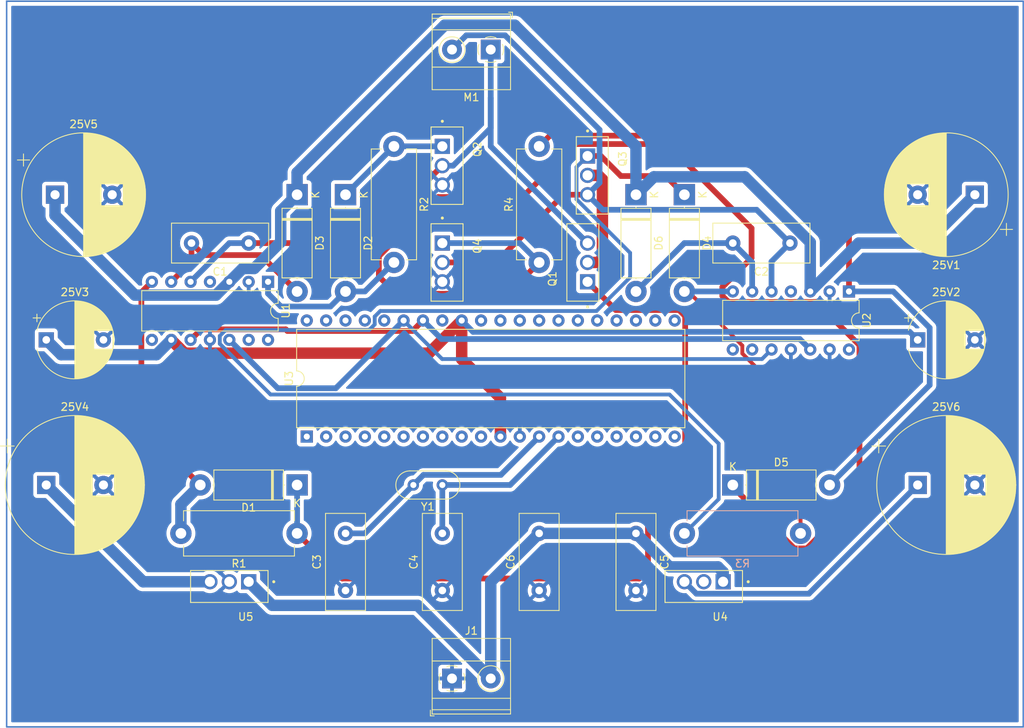
<source format=kicad_pcb>
(kicad_pcb (version 20221018) (generator pcbnew)
  (title_block (title "High Power Motor Control with IR2110") (date "12.04.2024") (rev "1.0") (company "by Mukhtar_Safarov"))
  (layers (0 "F.Cu" signal) (31 "B.Cu" signal) (34 "B.Paste" user) (35 "F.Paste" user) (36 "B.SilkS" user "B.Silkscreen") (37 "F.SilkS" user "F.Silkscreen") (38 "B.Mask" user) (39 "F.Mask" user) (44 "Edge.Cuts" user))
  (net 0 "")
  (net 1 "+12V")
  (net 2 "Earth")
  (net 3 "+5V")
  (net 4 "Net-(U5-OUT)")
  (net 5 "Net-(U4-OUT)")
  (net 6 "Net-(M1-+)")
  (net 7 "Net-(D3-C)")
  (net 8 "Net-(M1--)")
  (net 9 "Net-(D6-C)")
  (net 10 "Net-(U3-OSC1{slash}CLKI)")
  (net 11 "Net-(U3-OSC2{slash}CLKO)")
  (net 12 "Net-(J1-Pin_2)")
  (net 13 "Net-(D1-A)")
  (net 14 "Net-(D1-C)")
  (net 15 "Net-(D2-A)")
  (net 16 "Net-(D2-C)")
  (net 17 "Net-(D4-A)")
  (net 18 "Net-(D4-C)")
  (net 19 "Net-(D5-A)")
  (net 20 "Net-(D5-C)")
  (net 21 "VCC")
  (net 24 "Net-(U1-HIN)")
  (net 25 "Net-(U1-LIN)")
  (footprint "IRFZ44N:TO254P1016X419X2286-3" (layer "F.Cu") (at 76.2 116.84 -90)
    (fp_text reference "Q2" (at -2.155 -4.6025 90) (layer "F.SilkS"))
    (fp_text value "IRFZ44N")
    (pad "1" thru_hole rect (at -2.54 0 270) (size 1.995 1.995) (drill 1.33) (layers "*.Cu" "*.Mask") (net 15 "Net-(D2-A)"))
    (pad "2" thru_hole circle (at 0 0 270) (size 1.995 1.995) (drill 1.33) (layers "*.Cu" "*.Mask") (net 6 "Net-(M1-+)"))
    (pad "3" thru_hole circle (at 2.54 0 270) (size 1.995 1.995) (drill 1.33) (layers "*.Cu" "*.Mask") (net 2 "Earth"))
  )
  (footprint "Diode_THT:D_5W_P12.70mm_Horizontal" (layer "F.Cu") (at 57.15 120.65 -90)
    (fp_text reference "D3" (at 6.35 -2.97 90) (layer "F.SilkS"))
    (fp_text value "1N4007")
    (fp_text user "K" (at 0 -2.4 90) (layer "F.SilkS"))
    (pad "1" thru_hole rect (at 0 0 270) (size 2.8 2.8) (drill 1.4) (layers "*.Cu" "*.Mask") (net 1 "+12V"))
    (pad "2" thru_hole oval (at 12.7 0 270) (size 2.8 2.8) (drill 1.4) (layers "*.Cu" "*.Mask") (net 7 "Net-(D3-C)"))
  )
  (footprint "TerminalBlock_Phoenix:TerminalBlock_Phoenix_MKDS-1,5-2-5.08_1x02_P5.08mm_Horizontal" (layer "F.Cu") (at 82.55 101.6 180)
    (fp_text reference "M1" (at 2.54 -6.26) (layer "F.SilkS"))
    (fp_text value "Motor_DC")
    (pad "1" thru_hole rect (at 0 0 180) (size 2.6 2.6) (drill 1.3) (layers "*.Cu" "*.Mask") (net 6 "Net-(M1-+)"))
    (pad "2" thru_hole circle (at 5.08 0 180) (size 2.6 2.6) (drill 1.3) (layers "*.Cu" "*.Mask") (net 8 "Net-(M1--)"))
  )
  (footprint "Diode_THT:D_5W_P12.70mm_Horizontal" (layer "F.Cu") (at 107.95 120.65 -90)
    (fp_text reference "D4" (at 6.35 -2.97 90) (layer "F.SilkS"))
    (fp_text value "1N4007")
    (fp_text user "K" (at 0 -2.4 90) (layer "F.SilkS"))
    (pad "1" thru_hole rect (at 0 0 270) (size 2.8 2.8) (drill 1.4) (layers "*.Cu" "*.Mask") (net 17 "Net-(D4-A)"))
    (pad "2" thru_hole oval (at 12.7 0 270) (size 2.8 2.8) (drill 1.4) (layers "*.Cu" "*.Mask") (net 18 "Net-(D4-C)"))
  )
  (footprint "Capacitor_THT:C_Disc_D12.5mm_W5.0mm_P7.50mm" (layer "F.Cu") (at 101.6 165.1 -90)
    (fp_text reference "C5" (at 3.75 -3.75 90) (layer "F.SilkS"))
    (fp_text value "220nF")
    (pad "1" thru_hole circle (at 0 0 270) (size 2 2) (drill 1) (layers "*.Cu" "*.Mask") (net 12 "Net-(J1-Pin_2)"))
    (pad "2" thru_hole circle (at 7.5 0 270) (size 2 2) (drill 1) (layers "*.Cu" "*.Mask") (net 2 "Earth"))
  )
  (footprint "Resistor_THT:R_Axial_DIN0614_L14.3mm_D5.7mm_P15.24mm_Horizontal" (layer "F.Cu") (at 57.15 165.1 180)
    (fp_text reference "R1" (at 7.62 -3.97) (layer "F.SilkS"))
    (fp_text value "100R")
    (pad "1" thru_hole circle (at 0 0 180) (size 2.8 2.8) (drill 1.4) (layers "*.Cu" "*.Mask") (net 13 "Net-(D1-A)"))
    (pad "2" thru_hole oval (at 15.24 0 180) (size 2.8 2.8) (drill 1.4) (layers "*.Cu" "*.Mask") (net 14 "Net-(D1-C)"))
  )
  (footprint "IRFZ44N:TO254P1016X419X2286-3" (layer "F.Cu") (at 48.26 171.45 180)
    (fp_text reference "U5" (at -2.155 -4.6025) (layer "F.SilkS"))
    (fp_text value "L7812")
    (pad "1" thru_hole rect (at -2.54 0 180) (size 1.995 1.995) (drill 1.33) (layers "*.Cu" "*.Mask") (net 12 "Net-(J1-Pin_2)"))
    (pad "2" thru_hole circle (at 0 0 180) (size 1.995 1.995) (drill 1.33) (layers "*.Cu" "*.Mask") (net 2 "Earth"))
    (pad "3" thru_hole circle (at 2.54 0 180) (size 1.995 1.995) (drill 1.33) (layers "*.Cu" "*.Mask") (net 4 "Net-(U5-OUT)"))
  )
  (footprint "Diode_THT:D_5W_P12.70mm_Horizontal" (layer "F.Cu") (at 114.3 158.75)
    (fp_text reference "D5" (at 6.35 -2.97) (layer "F.SilkS"))
    (fp_text value "1N4007")
    (fp_text user "K" (at 0 -2.4) (layer "F.SilkS"))
    (pad "1" thru_hole rect (at 0 0) (size 2.8 2.8) (drill 1.4) (layers "*.Cu" "*.Mask") (net 19 "Net-(D5-A)"))
    (pad "2" thru_hole oval (at 12.7 0) (size 2.8 2.8) (drill 1.4) (layers "*.Cu" "*.Mask") (net 20 "Net-(D5-C)"))
  )
  (footprint "Capacitor_THT:CP_Radial_D16.0mm_P7.50mm" (layer "F.Cu") (at 146.05 120.65 180)
    (fp_text reference "25V1" (at 3.75 -9.25) (layer "F.SilkS"))
    (fp_text value "22uF")
    (pad "1" thru_hole rect (at 0 0 180) (size 2.4 2.4) (drill 1.2) (layers "*.Cu" "*.Mask") (net 1 "+12V"))
    (pad "2" thru_hole circle (at 7.5 0 180) (size 2.4 2.4) (drill 1.2) (layers "*.Cu" "*.Mask") (net 2 "Earth"))
  )
  (footprint "IRFZ44N:TO254P1016X419X2286-3" (layer "F.Cu") (at 110.49 171.45 180)
    (fp_text reference "U4" (at -2.155 -4.6025) (layer "F.SilkS"))
    (fp_text value "L7805")
    (pad "1" thru_hole rect (at -2.54 0 180) (size 1.995 1.995) (drill 1.33) (layers "*.Cu" "*.Mask") (net 12 "Net-(J1-Pin_2)"))
    (pad "2" thru_hole circle (at 0 0 180) (size 1.995 1.995) (drill 1.33) (layers "*.Cu" "*.Mask") (net 2 "Earth"))
    (pad "3" thru_hole circle (at 2.54 0 180) (size 1.995 1.995) (drill 1.33) (layers "*.Cu" "*.Mask") (net 5 "Net-(U4-OUT)"))
  )
  (footprint "Capacitor_THT:CP_Radial_D10.0mm_P7.50mm" (layer "F.Cu") (at 138.55 139.7)
    (fp_text reference "25V2" (at 3.75 -6.25) (layer "F.SilkS"))
    (fp_text value "0,1 uF ")
    (pad "1" thru_hole rect (at 0 0) (size 2 2) (drill 1) (layers "*.Cu" "*.Mask") (net 3 "+5V"))
    (pad "2" thru_hole circle (at 7.5 0) (size 2 2) (drill 1) (layers "*.Cu" "*.Mask") (net 2 "Earth"))
  )
  (footprint "Package_DIP:DIP-14_W7.62mm" (layer "F.Cu") (at 53.34 132.08 -90)
    (fp_text reference "U1" (at 3.81 -2.33 90) (layer "F.SilkS"))
    (fp_text value "IR2110")
    (pad "1" thru_hole rect (at 0 0 270) (size 1.6 1.6) (drill 0.8) (layers "*.Cu" "*.Mask") (net 16 "Net-(D2-C)"))
    (pad "2" thru_hole oval (at 0 2.54 270) (size 1.6 1.6) (drill 0.8) (layers "*.Cu" "*.Mask") (net 2 "Earth"))
    (pad "3" thru_hole oval (at 0 5.08 270) (size 1.6 1.6) (drill 0.8) (layers "*.Cu" "*.Mask") (net 1 "+12V"))
    (pad "4" thru_hole oval (at 0 7.62 270) (size 1.6 1.6) (drill 0.8) (layers "*.Cu" "*.Mask"))
    (pad "5" thru_hole oval (at 0 10.16 270) (size 1.6 1.6) (drill 0.8) (layers "*.Cu" "*.Mask") (net 6 "Net-(M1-+)"))
    (pad "6" thru_hole oval (at 0 12.7 270) (size 1.6 1.6) (drill 0.8) (layers "*.Cu" "*.Mask") (net 7 "Net-(D3-C)"))
    (pad "7" thru_hole oval (at 0 15.24 270) (size 1.6 1.6) (drill 0.8) (layers "*.Cu" "*.Mask") (net 14 "Net-(D1-C)"))
    (pad "8" thru_hole oval (at 7.62 15.24 270) (size 1.6 1.6) (drill 0.8) (layers "*.Cu" "*.Mask"))
    (pad "9" thru_hole oval (at 7.62 12.7 270) (size 1.6 1.6) (drill 0.8) (layers "*.Cu" "*.Mask") (net 3 "+5V"))
    (pad "10" thru_hole oval (at 7.62 10.16 270) (size 1.6 1.6) (drill 0.8) (layers "*.Cu" "*.Mask") (net 24 "Net-(U1-HIN)"))
    (pad "11" thru_hole oval (at 7.62 7.62 270) (size 1.6 1.6) (drill 0.8) (layers "*.Cu" "*.Mask") (net 2 "Earth"))
    (pad "12" thru_hole oval (at 7.62 5.08 270) (size 1.6 1.6) (drill 0.8) (layers "*.Cu" "*.Mask") (net 25 "Net-(U1-LIN)"))
    (pad "13" thru_hole oval (at 7.62 2.54 270) (size 1.6 1.6) (drill 0.8) (layers "*.Cu" "*.Mask") (net 2 "Earth"))
    (pad "14" thru_hole oval (at 7.62 0 270) (size 1.6 1.6) (drill 0.8) (layers "*.Cu" "*.Mask"))
  )
  (footprint "IRFZ44N:TO254P1016X419X2286-3" (layer "F.Cu") (at 95.25 129.54 90)
    (fp_text reference "Q1" (at -2.155 -4.6025 90) (layer "F.SilkS"))
    (fp_text value "IRFZ44N")
    (pad "1" thru_hole rect (at -2.54 0 90) (size 1.995 1.995) (drill 1.33) (layers "*.Cu" "*.Mask") (net 13 "Net-(D1-A)"))
    (pad "2" thru_hole circle (at 0 0 90) (size 1.995 1.995) (drill 1.33) (layers "*.Cu" "*.Mask") (net 21 "VCC"))
    (pad "3" thru_hole circle (at 2.54 0 90) (size 1.995 1.995) (drill 1.33) (layers "*.Cu" "*.Mask") (net 6 "Net-(M1-+)"))
  )
  (footprint "Diode_THT:D_5W_P12.70mm_Horizontal" (layer "F.Cu") (at 101.6 120.65 -90)
    (fp_text reference "D6" (at 6.35 -2.97 90) (layer "F.SilkS"))
    (fp_text value "1N4007")
    (fp_text user "K" (at 0 -2.4 90) (layer "F.SilkS"))
    (pad "1" thru_hole rect (at 0 0 270) (size 2.8 2.8) (drill 1.4) (layers "*.Cu" "*.Mask") (net 1 "+12V"))
    (pad "2" thru_hole oval (at 12.7 0 270) (size 2.8 2.8) (drill 1.4) (layers "*.Cu" "*.Mask") (net 9 "Net-(D6-C)"))
  )
  (footprint "Capacitor_THT:C_Disc_D12.5mm_W5.0mm_P7.50mm" (layer "F.Cu") (at 63.5 172.6 90)
    (fp_text reference "C3" (at 3.75 -3.75 90) (layer "F.SilkS"))
    (fp_text value "22pF")
    (pad "1" thru_hole circle (at 0 0 90) (size 2 2) (drill 1) (layers "*.Cu" "*.Mask") (net 2 "Earth"))
    (pad "2" thru_hole circle (at 7.5 0 90) (size 2 2) (drill 1) (layers "*.Cu" "*.Mask") (net 10 "Net-(U3-OSC1{slash}CLKI)"))
  )
  (footprint "IRFZ44N:TO254P1016X419X2286-3" (layer "F.Cu") (at 95.25 118.11 -90)
    (fp_text reference "Q3" (at -2.155 -4.6025 90) (layer "F.SilkS"))
    (fp_text value "IRFZ44N")
    (pad "1" thru_hole rect (at -2.54 0 270) (size 1.995 1.995) (drill 1.33) (layers "*.Cu" "*.Mask") (net 17 "Net-(D4-A)"))
    (pad "2" thru_hole circle (at 0 0 270) (size 1.995 1.995) (drill 1.33) (layers "*.Cu" "*.Mask") (net 21 "VCC"))
    (pad "3" thru_hole circle (at 2.54 0 270) (size 1.995 1.995) (drill 1.33) (layers "*.Cu" "*.Mask") (net 8 "Net-(M1--)"))
  )
  (footprint "TerminalBlock_Phoenix:TerminalBlock_Phoenix_MKDS-1,5-2-5.08_1x02_P5.08mm_Horizontal" (layer "F.Cu") (at 77.47 184.15)
    (fp_text reference "J1" (at 2.54 -6.26) (layer "F.SilkS"))
    (fp_text value "24V Supply")
    (pad "1" thru_hole rect (at 0 0) (size 2.6 2.6) (drill 1.3) (layers "*.Cu" "*.Mask") (net 2 "Earth"))
    (pad "2" thru_hole circle (at 5.08 0) (size 2.6 2.6) (drill 1.3) (layers "*.Cu" "*.Mask") (net 12 "Net-(J1-Pin_2)"))
  )
  (footprint "Capacitor_THT:C_Disc_D12.5mm_W5.0mm_P7.50mm" (layer "F.Cu") (at 121.8 127 180)
    (fp_text reference "C2" (at 3.75 -3.75) (layer "F.SilkS"))
    (fp_text value "220nF")
    (pad "1" thru_hole circle (at 0 0 180) (size 2 2) (drill 1) (layers "*.Cu" "*.Mask") (net 8 "Net-(M1--)"))
    (pad "2" thru_hole circle (at 7.5 0 180) (size 2 2) (drill 1) (layers "*.Cu" "*.Mask") (net 9 "Net-(D6-C)"))
  )
  (footprint "Diode_THT:D_5W_P12.70mm_Horizontal" (layer "F.Cu") (at 63.5 120.65 -90)
    (fp_text reference "D2" (at 6.35 -2.97 90) (layer "F.SilkS"))
    (fp_text value "1N4007")
    (fp_text user "K" (at 0 -2.4 90) (layer "F.SilkS"))
    (pad "1" thru_hole rect (at 0 0 270) (size 2.8 2.8) (drill 1.4) (layers "*.Cu" "*.Mask") (net 15 "Net-(D2-A)"))
    (pad "2" thru_hole oval (at 12.7 0 270) (size 2.8 2.8) (drill 1.4) (layers "*.Cu" "*.Mask") (net 16 "Net-(D2-C)"))
  )
  (footprint "Capacitor_THT:CP_Radial_D18.0mm_P7.50mm" (layer "F.Cu") (at 138.55 158.75)
    (fp_text reference "25V6" (at 3.75 -10.25) (layer "F.SilkS"))
    (fp_text value "100uF")
    (pad "1" thru_hole rect (at 0 0) (size 2.4 2.4) (drill 1.2) (layers "*.Cu" "*.Mask") (net 5 "Net-(U4-OUT)"))
    (pad "2" thru_hole circle (at 7.5 0) (size 2.4 2.4) (drill 1.2) (layers "*.Cu" "*.Mask") (net 2 "Earth"))
  )
  (footprint "Capacitor_THT:C_Disc_D12.5mm_W5.0mm_P7.50mm" (layer "F.Cu") (at 50.8 127 180)
    (fp_text reference "C1" (at 3.75 -3.75) (layer "F.SilkS"))
    (fp_text value "220nF")
    (pad "1" thru_hole circle (at 0 0 180) (size 2 2) (drill 1) (layers "*.Cu" "*.Mask") (net 6 "Net-(M1-+)"))
    (pad "2" thru_hole circle (at 7.5 0 180) (size 2 2) (drill 1) (layers "*.Cu" "*.Mask") (net 7 "Net-(D3-C)"))
  )
  (footprint "Capacitor_THT:C_Disc_D12.5mm_W5.0mm_P7.50mm" (layer "F.Cu") (at 76.2 172.6 90)
    (fp_text reference "C4" (at 3.75 -3.75 90) (layer "F.SilkS"))
    (fp_text value "22pF")
    (pad "1" thru_hole circle (at 0 0 90) (size 2 2) (drill 1) (layers "*.Cu" "*.Mask") (net 2 "Earth"))
    (pad "2" thru_hole circle (at 7.5 0 90) (size 2 2) (drill 1) (layers "*.Cu" "*.Mask") (net 11 "Net-(U3-OSC2{slash}CLKO)"))
  )
  (footprint "Capacitor_THT:CP_Radial_D10.0mm_P7.50mm" (layer "F.Cu") (at 24.25 139.7)
    (fp_text reference "25V3" (at 3.75 -6.25) (layer "F.SilkS"))
    (fp_text value "0,1 uF ")
    (pad "1" thru_hole rect (at 0 0) (size 2 2) (drill 1) (layers "*.Cu" "*.Mask") (net 3 "+5V"))
    (pad "2" thru_hole circle (at 7.5 0) (size 2 2) (drill 1) (layers "*.Cu" "*.Mask") (net 2 "Earth"))
  )
  (footprint "IRFZ44N:TO254P1016X419X2286-3" (layer "F.Cu") (at 76.2 129.54 -90)
    (fp_text reference "Q4" (at -2.155 -4.6025 90) (layer "F.SilkS"))
    (fp_text value "IRFZ44N")
    (pad "1" thru_hole rect (at -2.54 0 270) (size 1.995 1.995) (drill 1.33) (layers "*.Cu" "*.Mask") (net 19 "Net-(D5-A)"))
    (pad "2" thru_hole circle (at 0 0 270) (size 1.995 1.995) (drill 1.33) (layers "*.Cu" "*.Mask") (net 8 "Net-(M1--)"))
    (pad "3" thru_hole circle (at 2.54 0 270) (size 1.995 1.995) (drill 1.33) (layers "*.Cu" "*.Mask") (net 2 "Earth"))
  )
  (footprint "Capacitor_THT:CP_Radial_D18.0mm_P7.50mm" (layer "F.Cu") (at 24.25 158.75)
    (fp_text reference "25V4" (at 3.75 -10.25) (layer "F.SilkS"))
    (fp_text value "100uF")
    (pad "1" thru_hole rect (at 0 0) (size 2.4 2.4) (drill 1.2) (layers "*.Cu" "*.Mask") (net 4 "Net-(U5-OUT)"))
    (pad "2" thru_hole circle (at 7.5 0) (size 2.4 2.4) (drill 1.2) (layers "*.Cu" "*.Mask") (net 2 "Earth"))
  )
  (footprint "Diode_THT:D_5W_P12.70mm_Horizontal" (layer "F.Cu") (at 57.15 158.75 180)
    (fp_text reference "D1" (at 6.35 -2.97) (layer "F.SilkS"))
    (fp_text value "1N4007")
    (fp_text user "K" (at 0 -2.4) (layer "F.SilkS"))
    (pad "1" thru_hole rect (at 0 0 180) (size 2.8 2.8) (drill 1.4) (layers "*.Cu" "*.Mask") (net 13 "Net-(D1-A)"))
    (pad "2" thru_hole oval (at 12.7 0 180) (size 2.8 2.8) (drill 1.4) (layers "*.Cu" "*.Mask") (net 14 "Net-(D1-C)"))
  )
  (footprint "Package_DIP:DIP-14_W7.62mm" (layer "F.Cu") (at 129.54 133.35 -90)
    (fp_text reference "U2" (at 3.81 -2.33 90) (layer "F.SilkS"))
    (fp_text value "IR2110")
    (pad "1" thru_hole rect (at 0 0 270) (size 1.6 1.6) (drill 0.8) (layers "*.Cu" "*.Mask") (net 20 "Net-(D5-C)"))
    (pad "2" thru_hole oval (at 0 2.54 270) (size 1.6 1.6) (drill 0.8) (layers "*.Cu" "*.Mask") (net 2 "Earth"))
    (pad "3" thru_hole oval (at 0 5.08 270) (size 1.6 1.6) (drill 0.8) (layers "*.Cu" "*.Mask") (net 1 "+12V"))
    (pad "4" thru_hole oval (at 0 7.62 270) (size 1.6 1.6) (drill 0.8) (layers "*.Cu" "*.Mask"))
    (pad "5" thru_hole oval (at 0 10.16 270) (size 1.6 1.6) (drill 0.8) (layers "*.Cu" "*.Mask") (net 8 "Net-(M1--)"))
    (pad "6" thru_hole oval (at 0 12.7 270) (size 1.6 1.6) (drill 0.8) (layers "*.Cu" "*.Mask") (net 9 "Net-(D6-C)"))
    (pad "7" thru_hole oval (at 0 15.24 270) (size 1.6 1.6) (drill 0.8) (layers "*.Cu" "*.Mask") (net 18 "Net-(D4-C)"))
    (pad "8" thru_hole oval (at 7.62 15.24 270) (size 1.6 1.6) (drill 0.8) (layers "*.Cu" "*.Mask"))
    (pad "9" thru_hole oval (at 7.62 12.7 270) (size 1.6 1.6) (drill 0.8) (layers "*.Cu" "*.Mask") (net 3 "+5V"))
    (pad "10" thru_hole oval (at 7.62 10.16 270) (size 1.6 1.6) (drill 0.8) (layers "*.Cu" "*.Mask") (net 25 "Net-(U1-LIN)"))
    (pad "11" thru_hole oval (at 7.62 7.62 270) (size 1.6 1.6) (drill 0.8) (layers "*.Cu" "*.Mask") (net 2 "Earth"))
    (pad "12" thru_hole oval (at 7.62 5.08 270) (size 1.6 1.6) (drill 0.8) (layers "*.Cu" "*.Mask") (net 24 "Net-(U1-HIN)"))
    (pad "13" thru_hole oval (at 7.62 2.54 270) (size 1.6 1.6) (drill 0.8) (layers "*.Cu" "*.Mask") (net 2 "Earth"))
    (pad "14" thru_hole oval (at 7.62 0 270) (size 1.6 1.6) (drill 0.8) (layers "*.Cu" "*.Mask"))
  )
  (footprint "Package_DIP:DIP-40_W15.24mm" (layer "F.Cu") (at 58.42 152.4 90)
    (fp_text reference "U3" (at 7.62 -2.33 90) (layer "F.SilkS"))
    (fp_text value "PIC16F877A-IP")
    (pad "1" thru_hole rect (at 0 0 90) (size 1.6 1.6) (drill 0.8) (layers "*.Cu" "*.Mask"))
    (pad "2" thru_hole oval (at 0 2.54 90) (size 1.6 1.6) (drill 0.8) (layers "*.Cu" "*.Mask"))
    (pad "3" thru_hole oval (at 0 5.08 90) (size 1.6 1.6) (drill 0.8) (layers "*.Cu" "*.Mask"))
    (pad "4" thru_hole oval (at 0 7.62 90) (size 1.6 1.6) (drill 0.8) (layers "*.Cu" "*.Mask"))
    (pad "5" thru_hole oval (at 0 10.16 90) (size 1.6 1.6) (drill 0.8) (layers "*.Cu" "*.Mask"))
    (pad "6" thru_hole oval (at 0 12.7 90) (size 1.6 1.6) (drill 0.8) (layers "*.Cu" "*.Mask"))
    (pad "7" thru_hole oval (at 0 15.24 90) (size 1.6 1.6) (drill 0.8) (layers "*.Cu" "*.Mask"))
    (pad "8" thru_hole oval (at 0 17.78 90) (size 1.6 1.6) (drill 0.8) (layers "*.Cu" "*.Mask"))
    (pad "9" thru_hole oval (at 0 20.32 90) (size 1.6 1.6) (drill 0.8) (layers "*.Cu" "*.Mask"))
    (pad "10" thru_hole oval (at 0 22.86 90) (size 1.6 1.6) (drill 0.8) (layers "*.Cu" "*.Mask"))
    (pad "11" thru_hole oval (at 0 25.4 90) (size 1.6 1.6) (drill 0.8) (layers "*.Cu" "*.Mask") (net 3 "+5V"))
    (pad "12" thru_hole oval (at 0 27.94 90) (size 1.6 1.6) (drill 0.8) (layers "*.Cu" "*.Mask") (net 2 "Earth"))
    (pad "13" thru_hole oval (at 0 30.48 90) (size 1.6 1.6) (drill 0.8) (layers "*.Cu" "*.Mask") (net 10 "Net-(U3-OSC1{slash}CLKI)"))
    (pad "14" thru_hole oval (at 0 33.02 90) (size 1.6 1.6) (drill 0.8) (layers "*.Cu" "*.Mask") (net 11 "Net-(U3-OSC2{slash}CLKO)"))
    (pad "15" thru_hole oval (at 0 35.56 90) (size 1.6 1.6) (drill 0.8) (layers "*.Cu" "*.Mask"))
    (pad "16" thru_hole oval (at 0 38.1 90) (size 1.6 1.6) (drill 0.8) (layers "*.Cu" "*.Mask"))
    (pad "17" thru_hole oval (at 0 40.64 90) (size 1.6 1.6) (drill 0.8) (layers "*.Cu" "*.Mask"))
    (pad "18" thru_hole oval (at 0 43.18 90) (size 1.6 1.6) (drill 0.8) (layers "*.Cu" "*.Mask"))
    (pad "19" thru_hole oval (at 0 45.72 90) (size 1.6 1.6) (drill 0.8) (layers "*.Cu" "*.Mask"))
    (pad "20" thru_hole oval (at 0 48.26 90) (size 1.6 1.6) (drill 0.8) (layers "*.Cu" "*.Mask"))
    (pad "21" thru_hole oval (at 15.24 48.26 90) (size 1.6 1.6) (drill 0.8) (layers "*.Cu" "*.Mask"))
    (pad "22" thru_hole oval (at 15.24 45.72 90) (size 1.6 1.6) (drill 0.8) (layers "*.Cu" "*.Mask"))
    (pad "23" thru_hole oval (at 15.24 43.18 90) (size 1.6 1.6) (drill 0.8) (layers "*.Cu" "*.Mask"))
    (pad "24" thru_hole oval (at 15.24 40.64 90) (size 1.6 1.6) (drill 0.8) (layers "*.Cu" "*.Mask"))
    (pad "25" thru_hole oval (at 15.24 38.1 90) (size 1.6 1.6) (drill 0.8) (layers "*.Cu" "*.Mask"))
    (pad "26" thru_hole oval (at 15.24 35.56 90) (size 1.6 1.6) (drill 0.8) (layers "*.Cu" "*.Mask"))
    (pad "27" thru_hole oval (at 15.24 33.02 90) (size 1.6 1.6) (drill 0.8) (layers "*.Cu" "*.Mask"))
    (pad "28" thru_hole oval (at 15.24 30.48 90) (size 1.6 1.6) (drill 0.8) (layers "*.Cu" "*.Mask"))
    (pad "29" thru_hole oval (at 15.24 27.94 90) (size 1.6 1.6) (drill 0.8) (layers "*.Cu" "*.Mask"))
    (pad "30" thru_hole oval (at 15.24 25.4 90) (size 1.6 1.6) (drill 0.8) (layers "*.Cu" "*.Mask"))
    (pad "31" thru_hole oval (at 15.24 22.86 90) (size 1.6 1.6) (drill 0.8) (layers "*.Cu" "*.Mask") (net 2 "Earth"))
    (pad "32" thru_hole oval (at 15.24 20.32 90) (size 1.6 1.6) (drill 0.8) (layers "*.Cu" "*.Mask") (net 3 "+5V"))
    (pad "33" thru_hole oval (at 15.24 17.78 90) (size 1.6 1.6) (drill 0.8) (layers "*.Cu" "*.Mask"))
    (pad "34" thru_hole oval (at 15.24 15.24 90) (size 1.6 1.6) (drill 0.8) (layers "*.Cu" "*.Mask") (net 24 "Net-(U1-HIN)"))
    (pad "35" thru_hole oval (at 15.24 12.7 90) (size 1.6 1.6) (drill 0.8) (layers "*.Cu" "*.Mask") (net 25 "Net-(U1-LIN)"))
    (pad "36" thru_hole oval (at 15.24 10.16 90) (size 1.6 1.6) (drill 0.8) (layers "*.Cu" "*.Mask"))
    (pad "37" thru_hole oval (at 15.24 7.62 90) (size 1.6 1.6) (drill 0.8) (layers "*.Cu" "*.Mask"))
    (pad "38" thru_hole oval (at 15.24 5.08 90) (size 1.6 1.6) (drill 0.8) (layers "*.Cu" "*.Mask"))
    (pad "39" thru_hole oval (at 15.24 2.54 90) (size 1.6 1.6) (drill 0.8) (layers "*.Cu" "*.Mask"))
    (pad "40" thru_hole oval (at 15.24 0 90) (size 1.6 1.6) (drill 0.8) (layers "*.Cu" "*.Mask"))
  )
  (footprint "Capacitor_THT:CP_Radial_D16.0mm_P7.50mm" (layer "F.Cu") (at 25.4 120.65)
    (fp_text reference "25V5" (at 3.75 -9.25) (layer "F.SilkS"))
    (fp_text value "22uF")
    (pad "1" thru_hole rect (at 0 0) (size 2.4 2.4) (drill 1.2) (layers "*.Cu" "*.Mask") (net 1 "+12V"))
    (pad "2" thru_hole circle (at 7.5 0) (size 2.4 2.4) (drill 1.2) (layers "*.Cu" "*.Mask") (net 2 "Earth"))
  )
  (footprint "Crystal:Crystal_HC52-6mm_Vertical" (layer "F.Cu") (at 76.2 158.75 180)
    (fp_text reference "Y1" (at 1.9 -2.85) (layer "F.SilkS"))
    (fp_text value "Crystal")
    (pad "1" thru_hole circle (at 0 0 180) (size 1.5 1.5) (drill 0.8) (layers "*.Cu" "*.Mask") (net 11 "Net-(U3-OSC2{slash}CLKO)"))
    (pad "2" thru_hole circle (at 3.8 0 180) (size 1.5 1.5) (drill 0.8) (layers "*.Cu" "*.Mask") (net 10 "Net-(U3-OSC1{slash}CLKI)"))
  )
  (footprint "Capacitor_THT:C_Disc_D12.5mm_W5.0mm_P7.50mm" (layer "F.Cu") (at 88.9 172.6 90)
    (fp_text reference "C6" (at 3.75 -3.75 90) (layer "F.SilkS"))
    (fp_text value "220nF")
    (pad "1" thru_hole circle (at 0 0 90) (size 2 2) (drill 1) (layers "*.Cu" "*.Mask") (net 2 "Earth"))
    (pad "2" thru_hole circle (at 7.5 0 90) (size 2 2) (drill 1) (layers "*.Cu" "*.Mask") (net 12 "Net-(J1-Pin_2)"))
  )
  (footprint "Resistor_THT:R_Axial_DIN0614_L14.3mm_D5.7mm_P15.24mm_Horizontal" (layer "F.Cu") (at 88.9 129.54 90)
    (fp_text reference "R4" (at 7.62 -3.97 90) (layer "F.SilkS"))
    (fp_text value "100R")
    (pad "1" thru_hole circle (at 0 0 90) (size 2.8 2.8) (drill 1.4) (layers "*.Cu" "*.Mask") (net 19 "Net-(D5-A)"))
    (pad "2" thru_hole oval (at 15.24 0 90) (size 2.8 2.8) (drill 1.4) (layers "*.Cu" "*.Mask") (net 20 "Net-(D5-C)"))
  )
  (footprint "Resistor_THT:R_Axial_DIN0614_L14.3mm_D5.7mm_P15.24mm_Horizontal" (layer "F.Cu") (at 69.85 114.3 -90)
    (fp_text reference "R2" (at 7.62 -3.97 90) (layer "F.SilkS"))
    (fp_text value "100R")
    (pad "1" thru_hole circle (at 0 0 270) (size 2.8 2.8) (drill 1.4) (layers "*.Cu" "*.Mask") (net 15 "Net-(D2-A)"))
    (pad "2" thru_hole oval (at 15.24 0 270) (size 2.8 2.8) (drill 1.4) (layers "*.Cu" "*.Mask") (net 16 "Net-(D2-C)"))
  )
  (footprint "Resistor_THT:R_Axial_DIN0614_L14.3mm_D5.7mm_P15.24mm_Horizontal" (layer "B.Cu") (at 107.95 165.1)
    (fp_text reference "R3" (at 7.62 3.97) (layer "B.SilkS") (effects (justify mirror)))
    (fp_text value "100R")
    (pad "1" thru_hole circle (at 0 0) (size 2.8 2.8) (drill 1.4) (layers "*.Cu" "*.Mask") (net 17 "Net-(D4-A)"))
    (pad "2" thru_hole oval (at 15.24 0) (size 2.8 2.8) (drill 1.4) (layers "*.Cu" "*.Mask") (net 18 "Net-(D4-C)"))
  )
  (gr_rect (start 19.05 95.25) (end 152.4 190.5) (stroke (width 0.2)) (fill none) (layer "B.Cu"))
  (segment (start 46.51 133.83) (end 48.26 132.08) (width 1.5) (layer "B.Cu") (net 1))
  (segment (start 124.46 126.902283) (end 124.46 133.35) (width 1.5) (layer "B.Cu") (net 1))
  (segment (start 57.15 117.75) (end 76.5 98.4) (width 1.5) (layer "B.Cu") (net 1))
  (segment (start 55 126.854874) (end 51.524874 130.33) (width 1.5) (layer "B.Cu") (net 1))
  (segment (start 57.15 120.65) (end 57.15 117.75) (width 1.5) (layer "B.Cu") (net 1))
  (segment (start 139.7 127) (end 130.81 127) (width 1.5) (layer "B.Cu") (net 1))
  (segment (start 57.15 120.65) (end 55 122.8) (width 1.5) (layer "B.Cu") (net 1))
  (segment (start 55 122.8) (end 55 126.854874) (width 1.5) (layer "B.Cu") (net 1))
  (segment (start 101.6 120.65) (end 103.95 118.3) (width 1.5) (layer "B.Cu") (net 1))
  (segment (start 103.95 118.3) (end 115.857717 118.3) (width 1.5) (layer "B.Cu") (net 1))
  (segment (start 25.4 120.65) (end 25.4 123.35) (width 1.5) (layer "B.Cu") (net 1))
  (segment (start 115.857717 118.3) (end 124.46 126.902283) (width 1.5) (layer "B.Cu") (net 1))
  (segment (start 76.5 98.4) (end 85.7 98.4) (width 1.5) (layer "B.Cu") (net 1))
  (segment (start 130.81 127) (end 124.46 133.35) (width 1.5) (layer "B.Cu") (net 1))
  (segment (start 146.05 120.65) (end 139.7 127) (width 1.5) (layer "B.Cu") (net 1))
  (segment (start 101.6 114.3) (end 101.6 120.65) (width 1.5) (layer "B.Cu") (net 1))
  (segment (start 25.4 123.35) (end 35.88 133.83) (width 1.5) (layer "B.Cu") (net 1))
  (segment (start 35.88 133.83) (end 46.51 133.83) (width 1.5) (layer "B.Cu") (net 1))
  (segment (start 50.01 130.33) (end 48.26 132.08) (width 1.5) (layer "B.Cu") (net 1))
  (segment (start 51.524874 130.33) (end 50.01 130.33) (width 1.5) (layer "B.Cu") (net 1))
  (segment (start 85.7 98.4) (end 101.6 114.3) (width 1.5) (layer "B.Cu") (net 1))
  (segment (start 83.82 152.4) (end 83.82 147.32) (width 1.5) (layer "F.Cu") (net 3))
  (segment (start 42.39 141.45) (end 74.45 141.45) (width 1.5) (layer "F.Cu") (net 3))
  (segment (start 40.64 139.7) (end 42.39 141.45) (width 1.5) (layer "F.Cu") (net 3))
  (segment (start 74.45 141.45) (end 78.74 137.16) (width 1.5) (layer "F.Cu") (net 3))
  (segment (start 78.74 142.24) (end 78.74 137.16) (width 1.5) (layer "F.Cu") (net 3))
  (segment (start 83.82 147.32) (end 78.74 142.24) (width 1.5) (layer "F.Cu") (net 3))
  (segment (start 78.74 137.16) (end 80.225 138.645) (width 0.75) (layer "B.Cu") (net 3))
  (segment (start 24.25 139.7) (end 26.2 141.65) (width 1.5) (layer "B.Cu") (net 3))
  (segment (start 26.2 141.65) (end 38.69 141.65) (width 1.5) (layer "B.Cu") (net 3))
  (segment (start 137.495 138.645) (end 138.55 139.7) (width 0.75) (layer "B.Cu") (net 3))
  (segment (start 80.225 138.645) (end 137.495 138.645) (width 0.75) (layer "B.Cu") (net 3))
  (segment (start 38.69 141.65) (end 40.64 139.7) (width 1.5) (layer "B.Cu") (net 3))
  (segment (start 24.25 158.75) (end 36.95 171.45) (width 1.5) (layer "B.Cu") (net 4))
  (segment (start 36.95 171.45) (end 45.72 171.45) (width 1.5) (layer "B.Cu") (net 4))
  (segment (start 138.55 158.75) (end 124.2775 173.0225) (width 0.75) (layer "B.Cu") (net 5))
  (segment (start 124.2775 173.0225) (end 109.5225 173.0225) (width 0.75) (layer "B.Cu") (net 5))
  (segment (start 109.5225 173.0225) (end 107.95 171.45) (width 0.75) (layer "B.Cu") (net 5))
  (segment (start 66.04 127) (end 76.2 116.84) (width 0.75) (layer "F.Cu") (net 6))
  (segment (start 50.8 127) (end 66.04 127) (width 0.75) (layer "F.Cu") (net 6))
  (segment (start 77.610678 116.84) (end 82.55 111.900678) (width 0.75) (layer "B.Cu") (net 6))
  (segment (start 76.2 116.84) (end 77.610678 116.84) (width 0.75) (layer "B.Cu") (net 6))
  (segment (start 95.25 127) (end 82.55 114.3) (width 0.75) (layer "B.Cu") (net 6))
  (segment (start 43.18 132.08) (end 48.26 127) (width 0.75) (layer "B.Cu") (net 6))
  (segment (start 82.55 107.95) (end 82.55 101.6) (width 0.75) (layer "B.Cu") (net 6))
  (segment (start 82.55 114.3) (end 82.55 107.95) (width 0.75) (layer "B.Cu") (net 6))
  (segment (start 48.26 127) (end 50.8 127) (width 0.75) (layer "B.Cu") (net 6))
  (segment (start 82.55 111.900678) (end 82.55 107.95) (width 0.75) (layer "B.Cu") (net 6))
  (segment (start 43.3 127) (end 43.3 129.42) (width 0.75) (layer "F.Cu") (net 7))
  (segment (start 44.875 128.575) (end 43.3 127) (width 0.75) (layer "F.Cu") (net 7))
  (segment (start 43.3 129.42) (end 40.64 132.08) (width 0.75) (layer "F.Cu") (net 7))
  (segment (start 57.15 133.35) (end 52.375 128.575) (width 0.75) (layer "F.Cu") (net 7))
  (segment (start 52.375 128.575) (end 44.875 128.575) (width 0.75) (layer "F.Cu") (net 7))
  (segment (start 83.215 129.54) (end 92.105 120.65) (width 0.75) (layer "F.Cu") (net 8))
  (segment (start 92.105 120.65) (end 95.25 120.65) (width 0.75) (layer "F.Cu") (net 8))
  (segment (start 76.2 129.54) (end 83.215 129.54) (width 0.75) (layer "F.Cu") (net 8))
  (segment (start 119.38 133.35) (end 119.38 129.42) (width 0.75) (layer "B.Cu") (net 8))
  (segment (start 119.38 129.42) (end 121.8 127) (width 0.75) (layer "B.Cu") (net 8))
  (segment (start 84.425 99.725) (end 96.8225 112.1225) (width 0.75) (layer "B.Cu") (net 8))
  (segment (start 97.225 122.625) (end 95.25 120.65) (width 0.75) (layer "B.Cu") (net 8))
  (segment (start 117.425 122.625) (end 97.225 122.625) (width 0.75) (layer "B.Cu") (net 8))
  (segment (start 77.47 101.6) (end 79.345 99.725) (width 0.75) (layer "B.Cu") (net 8))
  (segment (start 96.8225 112.1225) (end 96.8225 119.0775) (width 0.75) (layer "B.Cu") (net 8))
  (segment (start 121.8 127) (end 117.425 122.625) (width 0.75) (layer "B.Cu") (net 8))
  (segment (start 96.8225 119.0775) (end 95.25 120.65) (width 0.75) (layer "B.Cu") (net 8))
  (segment (start 79.345 99.725) (end 84.425 99.725) (width 0.75) (layer "B.Cu") (net 8))
  (segment (start 116.84 133.35) (end 116.84 129.54) (width 0.75) (layer "B.Cu") (net 9))
  (segment (start 101.6 133.35) (end 107.95 127) (width 0.75) (layer "B.Cu") (net 9))
  (segment (start 116.84 129.54) (end 114.3 127) (width 0.75) (layer "B.Cu") (net 9))
  (segment (start 107.95 127) (end 114.3 127) (width 0.75) (layer "B.Cu") (net 9))
  (segment (start 63.5 165.1) (end 66.05 165.1) (width 0.75) (layer "B.Cu") (net 10))
  (segment (start 73.725 157.425) (end 83.875 157.425) (width 0.75) (layer "B.Cu") (net 10))
  (segment (start 66.05 165.1) (end 72.4 158.75) (width 0.75) (layer "B.Cu") (net 10))
  (segment (start 83.875 157.425) (end 88.9 152.4) (width 0.75) (layer "B.Cu") (net 10))
  (segment (start 72.4 158.75) (end 73.725 157.425) (width 0.75) (layer "B.Cu") (net 10))
  (segment (start 76.2 158.75) (end 76.2 165.1) (width 0.75) (layer "B.Cu") (net 11))
  (segment (start 85.09 158.75) (end 91.44 152.4) (width 0.75) (layer "B.Cu") (net 11))
  (segment (start 76.2 158.75) (end 85.09 158.75) (width 0.75) (layer "B.Cu") (net 11))
  (segment (start 53.9 174.55) (end 50.8 171.45) (width 1.5) (layer "B.Cu") (net 12))
  (segment (start 82.55 184.15) (end 82.55 171.45) (width 1.5) (layer "B.Cu") (net 12))
  (segment (start 82.55 171.45) (end 88.9 165.1) (width 1.5) (layer "B.Cu") (net 12))
  (segment (start 112.3525 169.5025) (end 113.03 170.18) (width 1.5) (layer "B.Cu") (net 12))
  (segment (start 113.03 170.18) (end 113.03 171.45) (width 1.5) (layer "B.Cu") (net 12))
  (segment (start 72.95 174.55) (end 53.9 174.55) (width 1.5) (layer "B.Cu") (net 12))
  (segment (start 82.55 184.15) (end 72.95 174.55) (width 1.5) (layer "B.Cu") (net 12))
  (segment (start 106.0025 169.5025) (end 112.3525 169.5025) (width 1.5) (layer "B.Cu") (net 12))
  (segment (start 101.6 165.1) (end 106.0025 169.5025) (width 1.5) (layer "B.Cu") (net 12))
  (segment (start 88.9 165.1) (end 101.6 165.1) (width 1.5) (layer "B.Cu") (net 12))
  (segment (start 63.075 171.025) (end 57.15 165.1) (width 0.75) (layer "F.Cu") (net 13))
  (segment (start 108.055 158.855) (end 103.175 163.735) (width 0.75) (layer "F.Cu") (net 13))
  (segment (start 98.955 135.785) (end 107.249544 135.785) (width 0.75) (layer "F.Cu") (net 13))
  (segment (start 107.249544 135.785) (end 108.055 136.590456) (width 0.75) (layer "F.Cu") (net 13))
  (segment (start 102.025 171.025) (end 63.075 171.025) (width 0.75) (layer "F.Cu") (net 13))
  (segment (start 108.055 136.590456) (end 108.055 158.855) (width 0.75) (layer "F.Cu") (net 13))
  (segment (start 103.175 169.875) (end 102.025 171.025) (width 0.75) (layer "F.Cu") (net 13))
  (segment (start 95.25 132.08) (end 98.955 135.785) (width 0.75) (layer "F.Cu") (net 13))
  (segment (start 103.175 163.735) (end 103.175 169.875) (width 0.75) (layer "F.Cu") (net 13))
  (segment (start 57.15 165.1) (end 57.15 158.75) (width 0.75) (layer "B.Cu") (net 13))
  (segment (start 38.1 132.08) (end 36.725 133.455) (width 0.75) (layer "F.Cu") (net 14))
  (segment (start 36.725 133.455) (end 36.725 151.025) (width 0.75) (layer "F.Cu") (net 14))
  (segment (start 36.725 151.025) (end 44.45 158.75) (width 0.75) (layer "F.Cu") (net 14))
  (segment (start 41.91 161.29) (end 44.45 158.75) (width 1.5) (layer "B.Cu") (net 14))
  (segment (start 41.91 165.1) (end 41.91 161.29) (width 1.5) (layer "B.Cu") (net 14))
  (segment (start 69.85 114.3) (end 63.5 120.65) (width 0.75) (layer "B.Cu") (net 15))
  (segment (start 69.85 114.3) (end 76.2 114.3) (width 0.75) (layer "B.Cu") (net 15))
  (segment (start 63.5 133.35) (end 61.525 135.325) (width 0.75) (layer "B.Cu") (net 16))
  (segment (start 61.525 135.325) (end 55.035 135.325) (width 0.75) (layer "B.Cu") (net 16))
  (segment (start 66.04 133.35) (end 69.85 129.54) (width 0.75) (layer "B.Cu") (net 16))
  (segment (start 55.035 135.325) (end 53.34 133.63) (width 0.75) (layer "B.Cu") (net 16))
  (segment (start 53.34 133.63) (end 53.34 132.08) (width 0.75) (layer "B.Cu") (net 16))
  (segment (start 63.5 133.35) (end 66.04 133.35) (width 0.75) (layer "B.Cu") (net 16))
  (segment (start 99.625 118.1975) (end 105.4975 118.1975) (width 0.75) (layer "F.Cu") (net 17))
  (segment (start 96.9975 115.57) (end 99.625 118.1975) (width 0.75) (layer "F.Cu") (net 17))
  (segment (start 95.25 115.57) (end 96.9975 115.57) (width 0.75) (layer "F.Cu") (net 17))
  (segment (start 105.4975 118.1975) (end 107.95 120.65) (width 0.75) (layer "F.Cu") (net 17))
  (segment (start 96.423704 135.91) (end 100.833704 131.5) (width 0.5) (layer "B.Cu") (net 17))
  (segment (start 66.597767 138.41) (end 67.33 137.677767) (width 0.5) (layer "B.Cu") (net 17))
  (segment (start 93.8025 117.0175) (end 95.25 115.57) (width 0.5) (layer "B.Cu") (net 17))
  (segment (start 68.062233 135.91) (end 96.423704 135.91) (width 0.5) (layer "B.Cu") (net 17))
  (segment (start 47.01 140.217767) (end 47.01 139.182233) (width 0.5) (layer "B.Cu") (net 17))
  (segment (start 67.33 136.642233) (end 68.062233 135.91) (width 0.5) (layer "B.Cu") (net 17))
  (segment (start 47.782233 138.41) (end 66.597767 138.41) (width 0.5) (layer "B.Cu") (net 17))
  (segment (start 100.833704 128.280778) (end 93.8025 121.249575) (width 0.5) (layer "B.Cu") (net 17))
  (segment (start 112.45 160.6) (end 112.45 153.33) (width 0.5) (layer "B.Cu") (net 17))
  (segment (start 47.01 139.182233) (end 47.782233 138.41) (width 0.5) (layer "B.Cu") (net 17))
  (segment (start 53.667233 146.875) (end 47.01 140.217767) (width 0.5) (layer "B.Cu") (net 17))
  (segment (start 93.8025 121.249575) (end 93.8025 117.0175) (width 0.5) (layer "B.Cu") (net 17))
  (segment (start 112.45 153.33) (end 105.995 146.875) (width 0.5) (layer "B.Cu") (net 17))
  (segment (start 105.995 146.875) (end 53.667233 146.875) (width 0.5) (layer "B.Cu") (net 17))
  (segment (start 107.95 165.1) (end 112.45 160.6) (width 0.5) (layer "B.Cu") (net 17))
  (segment (start 100.833704 131.5) (end 100.833704 128.280778) (width 0.5) (layer "B.Cu") (net 17))
  (segment (start 67.33 137.677767) (end 67.33 136.642233) (width 0.5) (layer "B.Cu") (net 17))
  (segment (start 108.447767 133.35) (end 107.95 133.35) (width 0.5) (layer "F.Cu") (net 18))
  (segment (start 123.19 165.1) (end 123.19 149.127767) (width 0.5) (layer "F.Cu") (net 18))
  (segment (start 123.19 149.127767) (end 115.55 141.487767) (width 0.5) (layer "F.Cu") (net 18))
  (segment (start 115.55 140.452233) (end 108.447767 133.35) (width 0.5) (layer "F.Cu") (net 18))
  (segment (start 115.55 141.487767) (end 115.55 140.452233) (width 0.5) (layer "F.Cu") (net 18))
  (segment (start 107.95 133.35) (end 114.3 133.35) (width 0.75) (layer "B.Cu") (net 18))
  (segment (start 125.239544 134.725) (end 130.915 140.400456) (width 0.75) (layer "F.Cu") (net 19))
  (segment (start 84.7875 133.6525) (end 70.1525 133.6525) (width 0.75) (layer "F.Cu") (net 19))
  (segment (start 112.925 133.919544) (end 113.730456 134.725) (width 0.75) (layer "F.Cu") (net 19))
  (segment (start 93.6775 113.9975) (end 105.702956 113.9975) (width 0.75) (layer "F.Cu") (net 19))
  (segment (start 112.925 132.780456) (end 112.925 133.919544) (width 0.75) (layer "F.Cu") (net 19))
  (segment (start 124.008072 167.075) (end 122.371928 167.075) (width 0.75) (layer "F.Cu") (net 19))
  (segment (start 75.644428 120.9525) (end 86.7225 120.9525) (width 0.75) (layer "F.Cu") (net 19))
  (segment (start 116.760912 125.055456) (end 116.760912 128.944544) (width 0.75) (layer "F.Cu") (net 19))
  (segment (start 116.760912 128.944544) (end 112.925 132.780456) (width 0.75) (layer "F.Cu") (net 19))
  (segment (start 130.915 160.168072) (end 124.008072 167.075) (width 0.75) (layer "F.Cu") (net 19))
  (segment (start 67.875 131.375) (end 67.875 128.721928) (width 0.75) (layer "F.Cu") (net 19))
  (segment (start 88.9 129.54) (end 84.7875 133.6525) (width 0.75) (layer "F.Cu") (net 19))
  (segment (start 114.3 159.003072) (end 114.3 158.75) (width 0.75) (layer "F.Cu") (net 19))
  (segment (start 86.7225 120.9525) (end 93.6775 113.9975) (width 0.75) (layer "F.Cu") (net 19))
  (segment (start 122.371928 167.075) (end 114.3 159.003072) (width 0.75) (layer "F.Cu") (net 19))
  (segment (start 70.1525 133.6525) (end 67.875 131.375) (width 0.75) (layer "F.Cu") (net 19))
  (segment (start 113.730456 134.725) (end 125.239544 134.725) (width 0.75) (layer "F.Cu") (net 19))
  (segment (start 67.875 128.721928) (end 75.644428 120.9525) (width 0.75) (layer "F.Cu") (net 19))
  (segment (start 105.702956 113.9975) (end 116.760912 125.055456) (width 0.75) (layer "F.Cu") (net 19))
  (segment (start 130.915 140.400456) (end 130.915 160.168072) (width 0.75) (layer "F.Cu") (net 19))
  (segment (start 86.36 127) (end 88.9 129.54) (width 0.75) (layer "B.Cu") (net 19))
  (segment (start 76.2 127) (end 86.36 127) (width 0.75) (layer "B.Cu") (net 19))
  (segment (start 119.250001 112.900001) (end 129.54 123.19) (width 0.75) (layer "F.Cu") (net 20))
  (segment (start 129.54 123.19) (end 129.54 133.35) (width 0.75) (layer "F.Cu") (net 20))
  (segment (start 90.299999 112.900001) (end 119.250001 112.900001) (width 0.75) (layer "F.Cu") (net 20))
  (segment (start 88.9 114.3) (end 90.299999 112.900001) (width 0.75) (layer "F.Cu") (net 20))
  (segment (start 140.125 138.125) (end 135.35 133.35) (width 0.75) (layer "B.Cu") (net 20))
  (segment (start 140.125 145.625) (end 140.125 138.125) (width 0.75) (layer "B.Cu") (net 20))
  (segment (start 127 158.75) (end 140.125 145.625) (width 0.75) (layer "B.Cu") (net 20))
  (segment (start 135.35 133.35) (end 129.54 133.35) (width 0.75) (layer "B.Cu") (net 20))
  (segment (start 96.660678 118.11) (end 97.1975 118.646822) (width 1.5) (layer "F.Cu") (net 21))
  (segment (start 97.1975 118.646822) (end 97.1975 129.003178) (width 1.5) (layer "F.Cu") (net 21))
  (segment (start 95.25 118.11) (end 96.660678 118.11) (width 1.5) (layer "F.Cu") (net 21))
  (segment (start 96.660678 129.54) (end 95.25 129.54) (width 1.5) (layer "F.Cu") (net 21))
  (segment (start 97.1975 129.003178) (end 96.660678 129.54) (width 1.5) (layer "F.Cu") (net 21))
  (segment (start 55.88 138.535) (end 55.67 138.325) (width 0.75) (layer "F.Cu") (net 24))
  (segment (start 73.66 137.16) (end 72.285 138.535) (width 0.75) (layer "F.Cu") (net 24))
  (segment (start 44.555 138.325) (end 43.18 139.7) (width 0.75) (layer "F.Cu") (net 24))
  (segment (start 72.285 138.535) (end 55.88 138.535) (width 0.75) (layer "F.Cu") (net 24))
  (segment (start 55.67 138.325) (end 44.555 138.325) (width 0.75) (layer "F.Cu") (net 24))
  (segment (start 76.095 139.595) (end 123.085 139.595) (width 0.75) (layer "B.Cu") (net 24))
  (segment (start 123.085 139.595) (end 124.46 140.97) (width 0.75) (layer "B.Cu") (net 24))
  (segment (start 73.66 137.16) (end 76.095 139.595) (width 0.75) (layer "B.Cu") (net 24))
  (segment (start 54.61 146.05) (end 48.26 139.7) (width 0.75) (layer "B.Cu") (net 25))
  (segment (start 62.23 146.05) (end 54.61 146.05) (width 0.75) (layer "B.Cu") (net 25))
  (segment (start 119.38 140.97) (end 118.13 142.22) (width 0.5) (layer "B.Cu") (net 25))
  (segment (start 71.12 137.16) (end 62.23 146.05) (width 0.75) (layer "B.Cu") (net 25))
  (segment (start 76.18 142.22) (end 71.12 137.16) (width 0.5) (layer "B.Cu") (net 25))
  (segment (start 118.13 142.22) (end 76.18 142.22) (width 0.5) (layer "B.Cu") (net 25))
  (zone (net 2) (net_name "Earth") (layer "B.Cu") (connect_pads (clearance 0.5)) (min_thickness 0.25) (fill yes (thermal_gap 0.5) (thermal_bridge_width 0.5))
    (polygon (pts (xy 19.05 95.25) (xy 19.05 190.5) (xy 152.4 190.5) (xy 152.4 95.25)))
  )
)
</source>
